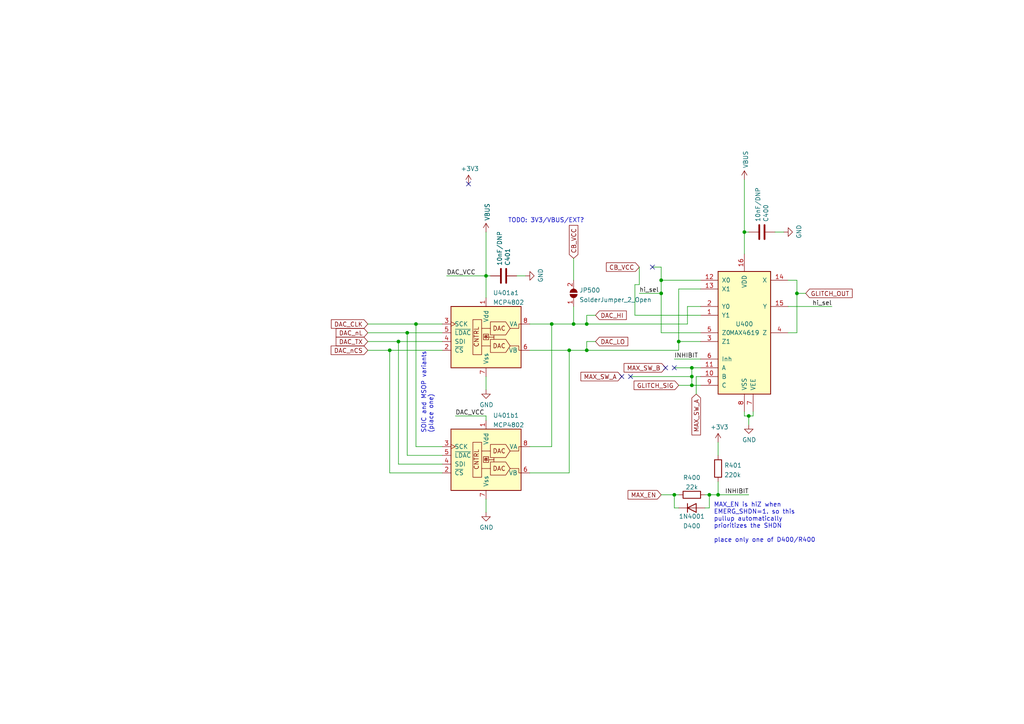
<source format=kicad_sch>
(kicad_sch (version 20211123) (generator eeschema)
  (paper "A4")
  (lib_symbols
    (symbol "4xxx:4053" (pin_names (offset 1.016))
      (property "Reference" "U" (at -7.62 19.05 0))
      (property "Value" "4053" (at -7.62 -19.05 0))
      (symbol "4053_1_0"
        (pin passive line (at -12.7 5.08 0) (length 5.08) (name "Y1") (number "1"))
        (pin input line (at -12.7 -12.7 0) (length 5.08) (name "B") (number "10"))
        (pin input line (at -12.7 -10.16 0) (length 5.08) (name "A") (number "11"))
        (pin passive line (at -12.7 15.24 0) (length 5.08) (name "X0") (number "12"))
        (pin passive line (at -12.7 12.7 0) (length 5.08) (name "X1") (number "13"))
        (pin passive line (at 12.7 15.24 180) (length 5.08) (name "X") (number "14"))
        (pin passive line (at 12.7 7.62 180) (length 5.08) (name "Y") (number "15"))
        (pin power_in line (at 0 22.86 270) (length 5.08) (name "VDD") (number "16"))
        (pin passive line (at -12.7 7.62 0) (length 5.08) (name "Y0") (number "2"))
        (pin passive line (at -12.7 -2.54 0) (length 5.08) (name "Z1") (number "3"))
        (pin passive line (at 12.7 0 180) (length 5.08) (name "Z") (number "4"))
        (pin passive line (at -12.7 0 0) (length 5.08) (name "Z0") (number "5"))
        (pin input line (at -12.7 -7.62 0) (length 5.08) (name "Inh") (number "6"))
        (pin power_in line (at 2.54 -22.86 90) (length 5.08) (name "VEE") (number "7"))
        (pin power_in line (at 0 -22.86 90) (length 5.08) (name "VSS") (number "8"))
        (pin input line (at -12.7 -15.24 0) (length 5.08) (name "C") (number "9"))
      )
      (symbol "4053_1_1"
        (rectangle (start -7.62 17.78) (end 7.62 -17.78) (stroke (width 0.254)) (fill (type background)))
      )
    )
    (symbol "Analog_DAC:MCP4802" (pin_names (offset 1.016))
      (property "Reference" "U" (at -2.54 10.795 0))
      (property "Value" "MCP4802" (at -2.54 8.89 0))
      (symbol "MCP4802_0_0"
        (polyline (pts (xy 0 -1.778) (xy 0 -0.635)))
        (polyline (pts (xy 0.381 -0.889) (xy 0.508 -0.762)))
        (polyline (pts (xy 2.286 -1.143) (xy 2.286 -1.905)))
        (polyline (pts (xy 0.381 -0.889) (xy -0.381 -0.889) (xy -0.508 -1.016)))
        (polyline (pts (xy 0.762 -1.27) (xy 2.286 -1.27) (xy 2.286 -0.762)))
        (polyline (pts (xy 0 -0.889) (xy 0.508 -1.397) (xy -0.508 -1.397) (xy 0 -0.889)))
        (polyline (pts (xy 6.985 -3.81) (xy 9.525 -3.81) (xy 9.525 -5.08) (xy 10.16 -5.08)))
        (polyline (pts (xy 6.985 1.27) (xy 9.525 1.27) (xy 9.525 2.54) (xy 10.16 2.54)))
        (rectangle (start 0.762 -0.381) (end -0.762 -2.032))
        (text "CNTRL" (at -2.032 -4.191 900) (effects (font (size 1.27 1.27)) (justify left bottom)))
        (text "DAC" (at 3.81 -3.81 0) (effects (font (size 1.27 1.27))))
        (text "DAC" (at 3.81 1.27 0) (effects (font (size 1.27 1.27))))
      )
      (symbol "MCP4802_0_1"
        (rectangle (start -10.16 7.62) (end 10.16 -10.16) (stroke (width 0.254)) (fill (type background)))
        (rectangle (start -1.27 -6.35) (end -3.81 3.81))
        (polyline (pts (xy 1.27 -3.81) (xy -1.27 -3.81)))
        (polyline (pts (xy 1.27 1.27) (xy -1.27 1.27)))
        (polyline (pts (xy 6.985 -3.81) (xy 5.715 -1.905) (xy 1.27 -1.905) (xy 1.27 -5.715) (xy 5.715 -5.715) (xy 6.985 -3.81)))
        (polyline (pts (xy 6.985 1.27) (xy 5.715 3.175) (xy 1.27 3.175) (xy 1.27 -0.635) (xy 5.715 -0.635) (xy 6.985 1.27)))
      )
      (symbol "MCP4802_1_1"
        (pin power_in line (at 0 10.16 270) (length 2.54) (name "Vdd") (number "1"))
        (pin input line (at -12.7 -5.08 0) (length 2.54) (name "~{CS}") (number "2"))
        (pin input clock (at -12.7 2.54 0) (length 2.54) (name "SCK") (number "3"))
        (pin input line (at -12.7 -2.54 0) (length 2.54) (name "SDI") (number "4"))
        (pin input line (at -12.7 0 0) (length 2.54) (name "~{LDAC}") (number "5"))
        (pin output line (at 12.7 -5.08 180) (length 2.54) (name "VB") (number "6"))
        (pin power_in line (at 0 -12.7 90) (length 2.54) (name "Vss") (number "7"))
        (pin output line (at 12.7 2.54 180) (length 2.54) (name "VA") (number "8"))
      )
    )
    (symbol "Device:C" (pin_numbers hide) (pin_names (offset 0.254))
      (property "Reference" "C" (at 0.635 2.54 0))
      (property "Value" "C" (at 0.635 -2.54 0))
      (symbol "C_0_1"
        (polyline (pts (xy -2.032 -0.762) (xy 2.032 -0.762)) (stroke (width 0.508)))
        (polyline (pts (xy -2.032 0.762) (xy 2.032 0.762)) (stroke (width 0.508)))
      )
      (symbol "C_1_1"
        (pin passive line (at 0 3.81 270) (length 2.794) (name "~") (number "1"))
        (pin passive line (at 0 -3.81 90) (length 2.794) (name "~") (number "2"))
      )
    )
    (symbol "Device:R" (pin_numbers hide) (pin_names (offset 0))
      (property "Reference" "R" (at 2.032 0 90))
      (property "Value" "R" (at 0 0 90))
      (symbol "R_0_1"
        (rectangle (start -1.016 -2.54) (end 1.016 2.54) (stroke (width 0.254)))
      )
      (symbol "R_1_1"
        (pin passive line (at 0 3.81 270) (length 1.27) (name "~") (number "1"))
        (pin passive line (at 0 -3.81 90) (length 1.27) (name "~") (number "2"))
      )
    )
    (symbol "Diode:1N4001" (pin_numbers hide) (pin_names (offset 1.016) hide)
      (property "Reference" "D" (at 0 2.54 0))
      (property "Value" "1N4001" (at 0 -2.54 0))
      (symbol "1N4001_0_1"
        (polyline (pts (xy -1.27 1.27) (xy -1.27 -1.27)) (stroke (width 0.254)))
        (polyline (pts (xy 1.27 0) (xy -1.27 0)))
        (polyline (pts (xy 1.27 1.27) (xy 1.27 -1.27) (xy -1.27 0) (xy 1.27 1.27)) (stroke (width 0.254)))
      )
      (symbol "1N4001_1_1"
        (pin passive line (at -3.81 0 0) (length 2.54) (name "K") (number "1"))
        (pin passive line (at 3.81 0 180) (length 2.54) (name "A") (number "2"))
      )
    )
    (symbol "Jumper:SolderJumper_2_Open" (pin_names (offset 0) hide)
      (property "Reference" "JP" (at 0 2.032 0))
      (property "Value" "SolderJumper_2_Open" (at 0 -2.54 0))
      (symbol "SolderJumper_2_Open_0_1"
        (arc (start -0.254 1.016) (mid -1.27 0) (end -0.254 -1.016))
        (arc (start -0.254 1.016) (mid -1.27 0) (end -0.254 -1.016) (fill (type outline)))
        (polyline (pts (xy -0.254 1.016) (xy -0.254 -1.016)))
        (polyline (pts (xy 0.254 1.016) (xy 0.254 -1.016)))
        (arc (start 0.254 -1.016) (mid 1.27 0) (end 0.254 1.016))
        (arc (start 0.254 -1.016) (mid 1.27 0) (end 0.254 1.016) (fill (type outline)))
      )
      (symbol "SolderJumper_2_Open_1_1"
        (pin passive line (at -3.81 0 0) (length 2.54) (name "A") (number "1"))
        (pin passive line (at 3.81 0 180) (length 2.54) (name "B") (number "2"))
      )
    )
    (symbol "power:+3V3" (power) (pin_names (offset 0))
      (property "Value" "+3V3" (at 0 3.556 0))
      (symbol "+3V3_0_1"
        (polyline (pts (xy -0.762 1.27) (xy 0 2.54)))
        (polyline (pts (xy 0 0) (xy 0 2.54)))
        (polyline (pts (xy 0 2.54) (xy 0.762 1.27)))
      )
      (symbol "+3V3_1_1"
        (pin power_in line (at 0 0 90) (length 0) hide (name "+3V3") (number "1"))
      )
    )
    (symbol "power:GND" (power) (pin_names (offset 0))
      (property "Value" "GND" (at 0 -3.81 0))
      (symbol "GND_0_1"
        (polyline (pts (xy 0 0) (xy 0 -1.27) (xy 1.27 -1.27) (xy 0 -2.54) (xy -1.27 -1.27) (xy 0 -1.27)))
      )
      (symbol "GND_1_1"
        (pin power_in line (at 0 0 270) (length 0) hide (name "GND") (number "1"))
      )
    )
    (symbol "power:VBUS" (power) (pin_names (offset 0))
      (property "Value" "VBUS" (at 0 3.81 0))
      (symbol "VBUS_0_1"
        (polyline (pts (xy -0.762 1.27) (xy 0 2.54)))
        (polyline (pts (xy 0 0) (xy 0 2.54)))
        (polyline (pts (xy 0 2.54) (xy 0.762 1.27)))
      )
      (symbol "VBUS_1_1"
        (pin power_in line (at 0 0 90) (length 0) hide (name "VBUS") (number "1"))
      )
    )
  )
  (junction (at 200.66 111.76))
  (junction (at 205.74 143.51))
  (junction (at 191.77 85.09))
  (junction (at 215.9 67.31))
  (junction (at 166.37 93.98))
  (junction (at 208.28 143.51))
  (junction (at 170.18 101.6))
  (junction (at 200.66 106.68))
  (junction (at 231.14 85.09))
  (junction (at 191.77 81.28))
  (junction (at 120.65 93.98))
  (junction (at 170.18 93.98))
  (junction (at 113.03 101.6))
  (junction (at 217.17 120.65))
  (junction (at 115.57 99.06))
  (junction (at 165.1 101.6))
  (junction (at 195.58 143.51))
  (junction (at 118.11 96.52))
  (junction (at 140.97 80.01))
  (junction (at 160.02 93.98))
  (junction (at 196.85 99.06))
  (junction (at 200.66 109.22))
  (no_connect (at 180.34 109.22))
  (no_connect (at 182.88 109.22))
  (no_connect (at 193.04 106.68))
  (no_connect (at 195.58 106.68))
  (no_connect (at 135.89 53.34))
  (no_connect (at 189.23 77.47))
  (wire (pts (xy 120.65 93.98) (xy 128.27 93.98)))
  (wire (pts (xy 185.42 85.09) (xy 191.77 85.09)))
  (wire (pts (xy 170.18 91.44) (xy 172.72 91.44)))
  (wire (pts (xy 160.02 93.98) (xy 160.02 129.54)))
  (wire (pts (xy 106.68 99.06) (xy 115.57 99.06)))
  (wire (pts (xy 195.58 147.32) (xy 195.58 143.51)))
  (wire (pts (xy 128.27 134.62) (xy 115.57 134.62)))
  (wire (pts (xy 195.58 143.51) (xy 196.85 143.51)))
  (wire (pts (xy 218.44 120.65) (xy 218.44 119.38)))
  (wire (pts (xy 200.66 106.68) (xy 200.66 109.22)))
  (wire (pts (xy 204.47 147.32) (xy 205.74 147.32)))
  (wire (pts (xy 153.67 101.6) (xy 165.1 101.6)))
  (wire (pts (xy 170.18 91.44) (xy 170.18 93.98)))
  (wire (pts (xy 228.6 88.9) (xy 241.3 88.9)))
  (wire (pts (xy 140.97 109.22) (xy 140.97 113.03)))
  (wire (pts (xy 166.37 88.9) (xy 166.37 93.98)))
  (wire (pts (xy 115.57 99.06) (xy 115.57 134.62)))
  (wire (pts (xy 200.66 109.22) (xy 200.66 111.76)))
  (wire (pts (xy 231.14 81.28) (xy 228.6 81.28)))
  (wire (pts (xy 231.14 85.09) (xy 231.14 96.52)))
  (wire (pts (xy 172.72 99.06) (xy 170.18 99.06)))
  (wire (pts (xy 184.15 82.55) (xy 184.15 91.44)))
  (wire (pts (xy 204.47 143.51) (xy 205.74 143.51)))
  (wire (pts (xy 217.17 120.65) (xy 218.44 120.65)))
  (wire (pts (xy 215.9 67.31) (xy 217.17 67.31)))
  (wire (pts (xy 160.02 93.98) (xy 166.37 93.98)))
  (wire (pts (xy 195.58 104.14) (xy 203.2 104.14)))
  (wire (pts (xy 189.23 77.47) (xy 191.77 77.47)))
  (wire (pts (xy 165.1 101.6) (xy 165.1 137.16)))
  (wire (pts (xy 196.85 83.82) (xy 196.85 99.06)))
  (wire (pts (xy 224.79 67.31) (xy 227.33 67.31)))
  (wire (pts (xy 113.03 137.16) (xy 128.27 137.16)))
  (wire (pts (xy 191.77 85.09) (xy 191.77 81.28)))
  (wire (pts (xy 182.88 109.22) (xy 200.66 109.22)))
  (wire (pts (xy 203.2 96.52) (xy 191.77 96.52)))
  (wire (pts (xy 191.77 143.51) (xy 195.58 143.51)))
  (wire (pts (xy 149.86 80.01) (xy 152.4 80.01)))
  (wire (pts (xy 153.67 137.16) (xy 165.1 137.16)))
  (wire (pts (xy 132.08 120.65) (xy 140.97 120.65)))
  (wire (pts (xy 128.27 101.6) (xy 113.03 101.6)))
  (wire (pts (xy 196.85 147.32) (xy 195.58 147.32)))
  (wire (pts (xy 106.68 93.98) (xy 120.65 93.98)))
  (wire (pts (xy 215.9 120.65) (xy 217.17 120.65)))
  (wire (pts (xy 113.03 101.6) (xy 113.03 137.16)))
  (wire (pts (xy 140.97 120.65) (xy 140.97 121.92)))
  (wire (pts (xy 191.77 81.28) (xy 203.2 81.28)))
  (wire (pts (xy 170.18 101.6) (xy 196.85 101.6)))
  (wire (pts (xy 128.27 129.54) (xy 120.65 129.54)))
  (wire (pts (xy 118.11 96.52) (xy 118.11 132.08)))
  (wire (pts (xy 215.9 120.65) (xy 215.9 119.38)))
  (wire (pts (xy 215.9 67.31) (xy 215.9 52.07)))
  (wire (pts (xy 153.67 93.98) (xy 160.02 93.98)))
  (wire (pts (xy 191.77 77.47) (xy 191.77 81.28)))
  (wire (pts (xy 195.58 106.68) (xy 200.66 106.68)))
  (wire (pts (xy 118.11 96.52) (xy 128.27 96.52)))
  (wire (pts (xy 205.74 143.51) (xy 208.28 143.51)))
  (wire (pts (xy 228.6 96.52) (xy 231.14 96.52)))
  (wire (pts (xy 185.42 82.55) (xy 184.15 82.55)))
  (wire (pts (xy 153.67 129.54) (xy 160.02 129.54)))
  (wire (pts (xy 140.97 144.78) (xy 140.97 148.59)))
  (wire (pts (xy 196.85 99.06) (xy 203.2 99.06)))
  (wire (pts (xy 113.03 101.6) (xy 106.68 101.6)))
  (wire (pts (xy 185.42 77.47) (xy 185.42 82.55)))
  (wire (pts (xy 191.77 85.09) (xy 191.77 96.52)))
  (wire (pts (xy 208.28 143.51) (xy 217.17 143.51)))
  (wire (pts (xy 165.1 101.6) (xy 170.18 101.6)))
  (wire (pts (xy 196.85 111.76) (xy 200.66 111.76)))
  (wire (pts (xy 205.74 147.32) (xy 205.74 143.51)))
  (wire (pts (xy 208.28 128.27) (xy 208.28 132.08)))
  (wire (pts (xy 203.2 109.22) (xy 201.93 109.22)))
  (wire (pts (xy 199.39 93.98) (xy 199.39 88.9)))
  (wire (pts (xy 129.54 80.01) (xy 140.97 80.01)))
  (wire (pts (xy 196.85 99.06) (xy 196.85 101.6)))
  (wire (pts (xy 200.66 106.68) (xy 203.2 106.68)))
  (wire (pts (xy 231.14 85.09) (xy 233.68 85.09)))
  (wire (pts (xy 217.17 120.65) (xy 217.17 123.19)))
  (wire (pts (xy 140.97 80.01) (xy 140.97 67.31)))
  (wire (pts (xy 170.18 93.98) (xy 199.39 93.98)))
  (wire (pts (xy 231.14 81.28) (xy 231.14 85.09)))
  (wire (pts (xy 140.97 80.01) (xy 142.24 80.01)))
  (wire (pts (xy 106.68 96.52) (xy 118.11 96.52)))
  (wire (pts (xy 201.93 109.22) (xy 201.93 114.3)))
  (wire (pts (xy 140.97 80.01) (xy 140.97 86.36)))
  (wire (pts (xy 128.27 132.08) (xy 118.11 132.08)))
  (wire (pts (xy 166.37 74.93) (xy 166.37 81.28)))
  (wire (pts (xy 166.37 93.98) (xy 170.18 93.98)))
  (wire (pts (xy 184.15 91.44) (xy 203.2 91.44)))
  (wire (pts (xy 215.9 67.31) (xy 215.9 73.66)))
  (wire (pts (xy 208.28 139.7) (xy 208.28 143.51)))
  (wire (pts (xy 120.65 93.98) (xy 120.65 129.54)))
  (wire (pts (xy 115.57 99.06) (xy 128.27 99.06)))
  (wire (pts (xy 199.39 88.9) (xy 203.2 88.9)))
  (wire (pts (xy 200.66 111.76) (xy 203.2 111.76)))
  (wire (pts (xy 170.18 99.06) (xy 170.18 101.6)))
  (wire (pts (xy 196.85 83.82) (xy 203.2 83.82)))
  (text "MAX_EN is hiZ when\nEMERG_SHDN=1. so this\npullup automatically\nprioritizes the SHDN\n\nplace only one of D400/R400" (at 207.01 157.48 0) (effects (font (size 1.27 1.27)) (justify left bottom)))
  (text "TODO: 3V3/VBUS/EXT?" (at 147.32 64.77 0) (effects (font (size 1.27 1.27)) (justify left bottom)))
  (text "SOIC and MSOP variants\n(place one)" (at 125.73 125.73 90) (effects (font (size 1.27 1.27)) (justify left bottom)))
  (label "INHIBIT" (at 195.58 104.14 0))
  (label "DAC_VCC" (at 132.08 120.65 0))
  (label "hi_sel" (at 185.42 85.09 0))
  (label "DAC_VCC" (at 129.54 80.01 0))
  (label "hi_sel" (at 241.3 88.9 180))
  (label "INHIBIT" (at 217.17 143.51 180))
  (global_label "DAC_nL" (shape input) (at 106.68 96.52 180) (property "Intersheet References" "${INTERSHEET_REFS}" (effects hide)))
  (global_label "MAX_SW_A" (shape input) (at 201.93 114.3 270) (property "Intersheet References" "${INTERSHEET_REFS}" (effects hide)))
  (global_label "DAC_HI" (shape input) (at 172.72 91.44 0) (property "Intersheet References" "${INTERSHEET_REFS}" (effects hide)))
  (global_label "CB_VCC" (shape input) (at 185.42 77.47 180) (property "Intersheet References" "${INTERSHEET_REFS}" (effects hide)))
  (global_label "MAX_EN" (shape input) (at 191.77 143.51 180) (property "Intersheet References" "${INTERSHEET_REFS}" (effects hide)))
  (global_label "MAX_SW_B" (shape input) (at 193.04 106.68 180) (property "Intersheet References" "${INTERSHEET_REFS}" (effects hide)))
  (global_label "DAC_LO" (shape input) (at 172.72 99.06 0) (property "Intersheet References" "${INTERSHEET_REFS}" (effects hide)))
  (global_label "GLITCH_SIG" (shape input) (at 196.85 111.76 180) (property "Intersheet References" "${INTERSHEET_REFS}" (effects hide)))
  (global_label "GLITCH_OUT" (shape input) (at 233.68 85.09 0) (property "Intersheet References" "${INTERSHEET_REFS}" (effects hide)))
  (global_label "DAC_CLK" (shape input) (at 106.68 93.98 180) (property "Intersheet References" "${INTERSHEET_REFS}" (effects hide)))
  (global_label "DAC_TX" (shape input) (at 106.68 99.06 180) (property "Intersheet References" "${INTERSHEET_REFS}" (effects hide)))
  (global_label "DAC_nCS" (shape input) (at 106.68 101.6 180) (property "Intersheet References" "${INTERSHEET_REFS}" (effects hide)))
  (global_label "CB_VCC" (shape input) (at 166.37 74.93 90) (property "Intersheet References" "${INTERSHEET_REFS}" (effects hide)))
  (global_label "MAX_SW_A" (shape input) (at 180.34 109.22 180) (property "Intersheet References" "${INTERSHEET_REFS}" (effects hide)))
  (symbol (lib_id "power:VBUS") (at 215.9 52.07 0) (unit 1)
    (property "Reference" "#PWR0156" (effects hide))
    (property "Value" "VBUS" (at 216.281 48.8188 90) (effects (justify left)))
  )
  (symbol (lib_id "4xxx:4053") (at 215.9 96.52 0) (unit 1)
    (property "Reference" "U400" (at 215.9 93.98 0))
    (property "Value" "MAX4619" (at 215.9 96.52 0))
    (property "Footprint" "Package_SO:SO-16_3.9x9.9mm_P1.27mm" (effects hide))
    (property "Datasheet" "http://www.intersil.com/content/dam/Intersil/documents/cd40/cd4051bms-52bms-53bms.pdf" (effects hide))
  )
  (symbol (lib_id "power:GND") (at 217.17 123.19 0) (unit 1)
    (property "Reference" "#PWR0149" (effects hide))
    (property "Value" "GND" (at 217.297 127.5842 0))
  )
  (symbol (lib_id "Device:C") (at 146.05 80.01 270) (mirror x) (unit 1)
    (property "Reference" "C401" (at 147.2184 77.089 0) (effects (justify left)))
    (property "Value" "10nF/DNP" (at 144.907 77.089 0) (effects (justify left)))
    (property "Footprint" "Capacitor_SMD:C_0805_2012Metric_Pad1.18x1.45mm_HandSolder" (effects hide))
  )
  (symbol (lib_id "power:GND") (at 140.97 113.03 0) (unit 1)
    (property "Reference" "#PWR0146" (effects hide))
    (property "Value" "GND" (at 141.097 117.4242 0))
  )
  (symbol (lib_id "Device:C") (at 220.98 67.31 270) (mirror x) (unit 1)
    (property "Reference" "C400" (at 222.1484 64.389 0) (effects (justify left)))
    (property "Value" "10nF/DNP" (at 219.837 64.389 0) (effects (justify left)))
    (property "Footprint" "Capacitor_SMD:C_0805_2012Metric_Pad1.18x1.45mm_HandSolder" (effects hide))
  )
  (symbol (lib_id "power:+3V3") (at 135.89 53.34 0) (unit 1)
    (property "Reference" "#PWR0144" (effects hide))
    (property "Value" "+3V3" (at 136.271 48.9458 0))
  )
  (symbol (lib_id "power:GND") (at 152.4 80.01 90) (unit 1)
    (property "Reference" "#PWR0145" (effects hide))
    (property "Value" "GND" (at 156.7942 79.883 0))
  )
  (symbol (lib_id "Diode:1N4001") (at 200.66 147.32 0) (mirror x) (unit 1)
    (property "Reference" "D400" (at 200.66 152.5565 0))
    (property "Value" "1N4001" (at 200.66 149.7814 0))
    (property "Footprint" "Diode_SMD:D_SOD-123" (effects hide))
    (property "Datasheet" "http://www.vishay.com/docs/88503/1n4001.pdf" (effects hide))
  )
  (symbol (lib_id "power:GND") (at 140.97 148.59 0) (unit 1)
    (property "Reference" "#PWR0147" (effects hide))
    (property "Value" "GND" (at 141.097 152.9842 0))
  )
  (symbol (lib_id "Analog_DAC:MCP4802") (at 140.97 96.52 0) (unit 1)
    (property "Reference" "U401a1" (at 142.9894 84.9335 0) (effects (justify left)))
    (property "Value" "MCP4802" (at 142.9894 87.7086 0) (effects (justify left)))
    (property "Footprint" "Package_SO:SOIC-8_3.9x4.9mm_P1.27mm" (effects hide))
    (property "Datasheet" "http://ww1.microchip.com/downloads/en/DeviceDoc/20002249B.pdf" (effects hide))
  )
  (symbol (lib_id "Device:R") (at 200.66 143.51 90) (unit 1)
    (property "Reference" "R400" (at 200.66 138.5275 90))
    (property "Value" "22k" (at 200.66 141.3026 90))
    (property "Footprint" "Resistor_SMD:R_0805_2012Metric_Pad1.20x1.40mm_HandSolder" (effects hide))
  )
  (symbol (lib_id "Analog_DAC:MCP4802") (at 140.97 132.08 0) (unit 1) (in_bom no)
    (property "Reference" "U401b1" (at 142.9894 120.4935 0) (effects (justify left)))
    (property "Value" "MCP4802" (at 142.9894 123.2686 0) (effects (justify left)))
    (property "Footprint" "Package_SO:MSOP-8_3x3mm_P0.65mm" (effects hide))
    (property "Datasheet" "http://ww1.microchip.com/downloads/en/DeviceDoc/20002249B.pdf" (effects hide))
  )
  (symbol (lib_id "power:+3V3") (at 208.28 128.27 0) (unit 1)
    (property "Reference" "#PWR0161" (effects hide))
    (property "Value" "+3V3" (at 208.661 123.8758 0))
  )
  (symbol (lib_id "Device:R") (at 208.28 135.89 180) (unit 1)
    (property "Reference" "R401" (at 210.058 134.9815 0) (effects (justify right)))
    (property "Value" "220k" (at 210.058 137.7566 0) (effects (justify right)))
    (property "Footprint" "Resistor_SMD:R_0805_2012Metric_Pad1.20x1.40mm_HandSolder" (effects hide))
  )
  (symbol (lib_id "Jumper:SolderJumper_2_Open") (at 166.37 85.09 90) (unit 1) (in_bom no) (on_board no)
    (property "Reference" "JP500" (at 168.021 84.1815 90) (effects (justify right)))
    (property "Value" "SolderJumper_2_Open" (at 168.021 86.9566 90) (effects (justify right)))
    (property "Footprint" "Jumper:SolderJumper-2_P1.3mm_Open_RoundedPad1.0x1.5mm" (effects hide))
  )
  (symbol (lib_id "power:VBUS") (at 140.97 67.31 0) (unit 1)
    (property "Reference" "#PWR0158" (effects hide))
    (property "Value" "VBUS" (at 141.351 64.0588 90) (effects (justify left)))
  )
  (symbol (lib_id "power:GND") (at 227.33 67.31 90) (unit 1)
    (property "Reference" "#PWR0160" (effects hide))
    (property "Value" "GND" (at 231.7242 67.183 0))
  )
)
</source>
